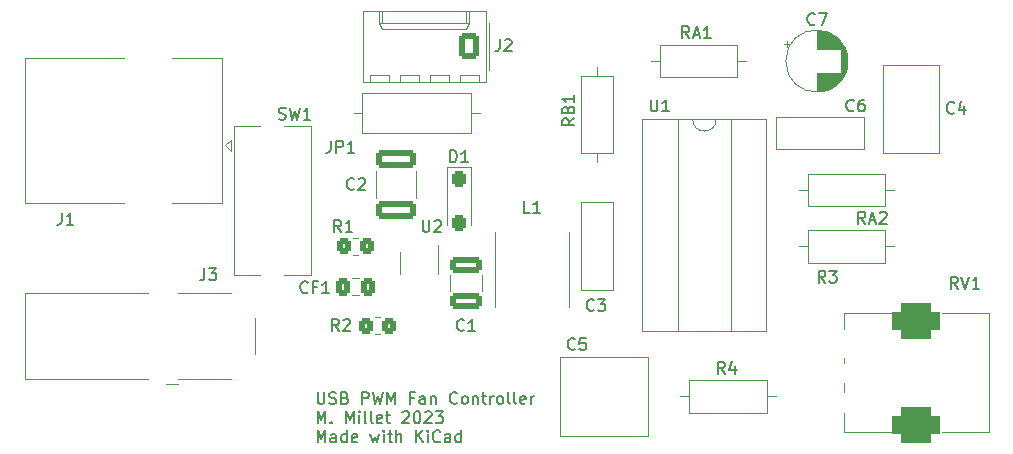
<source format=gto>
G04 #@! TF.GenerationSoftware,KiCad,Pcbnew,7.0.1*
G04 #@! TF.CreationDate,2023-04-11T23:39:33+02:00*
G04 #@! TF.ProjectId,Usb Fume Extractor,55736220-4675-46d6-9520-457874726163,1.1*
G04 #@! TF.SameCoordinates,Original*
G04 #@! TF.FileFunction,Legend,Top*
G04 #@! TF.FilePolarity,Positive*
%FSLAX46Y46*%
G04 Gerber Fmt 4.6, Leading zero omitted, Abs format (unit mm)*
G04 Created by KiCad (PCBNEW 7.0.1) date 2023-04-11 23:39:33*
%MOMM*%
%LPD*%
G01*
G04 APERTURE LIST*
G04 Aperture macros list*
%AMRoundRect*
0 Rectangle with rounded corners*
0 $1 Rounding radius*
0 $2 $3 $4 $5 $6 $7 $8 $9 X,Y pos of 4 corners*
0 Add a 4 corners polygon primitive as box body*
4,1,4,$2,$3,$4,$5,$6,$7,$8,$9,$2,$3,0*
0 Add four circle primitives for the rounded corners*
1,1,$1+$1,$2,$3*
1,1,$1+$1,$4,$5*
1,1,$1+$1,$6,$7*
1,1,$1+$1,$8,$9*
0 Add four rect primitives between the rounded corners*
20,1,$1+$1,$2,$3,$4,$5,0*
20,1,$1+$1,$4,$5,$6,$7,0*
20,1,$1+$1,$6,$7,$8,$9,0*
20,1,$1+$1,$8,$9,$2,$3,0*%
G04 Aperture macros list end*
%ADD10C,0.160000*%
%ADD11C,0.120000*%
%ADD12C,0.100000*%
%ADD13C,1.600000*%
%ADD14O,1.600000X1.600000*%
%ADD15R,1.700000X1.700000*%
%ADD16C,1.700000*%
%ADD17C,3.500000*%
%ADD18R,2.400000X1.600000*%
%ADD19O,2.400000X1.600000*%
%ADD20RoundRect,0.250000X0.620000X0.845000X-0.620000X0.845000X-0.620000X-0.845000X0.620000X-0.845000X0*%
%ADD21O,1.740000X2.190000*%
%ADD22C,3.200000*%
%ADD23R,1.600000X1.600000*%
%ADD24C,2.150000*%
%ADD25R,1.800000X1.800000*%
%ADD26C,1.800000*%
%ADD27RoundRect,0.750000X-1.250000X-0.750000X1.250000X-0.750000X1.250000X0.750000X-1.250000X0.750000X0*%
%ADD28RoundRect,0.300000X-0.300000X0.400000X-0.300000X-0.400000X0.300000X-0.400000X0.300000X0.400000X0*%
%ADD29R,0.650000X1.560000*%
%ADD30R,5.700000X2.600000*%
%ADD31RoundRect,0.250000X0.350000X0.450000X-0.350000X0.450000X-0.350000X-0.450000X0.350000X-0.450000X0*%
%ADD32RoundRect,0.250000X0.337500X0.475000X-0.337500X0.475000X-0.337500X-0.475000X0.337500X-0.475000X0*%
%ADD33RoundRect,0.250000X1.100000X-0.412500X1.100000X0.412500X-1.100000X0.412500X-1.100000X-0.412500X0*%
%ADD34RoundRect,0.250000X-1.450000X0.537500X-1.450000X-0.537500X1.450000X-0.537500X1.450000X0.537500X0*%
%ADD35C,0.500000*%
G04 APERTURE END LIST*
D10*
X95238095Y-92937619D02*
X95238095Y-93747142D01*
X95238095Y-93747142D02*
X95285714Y-93842380D01*
X95285714Y-93842380D02*
X95333333Y-93890000D01*
X95333333Y-93890000D02*
X95428571Y-93937619D01*
X95428571Y-93937619D02*
X95619047Y-93937619D01*
X95619047Y-93937619D02*
X95714285Y-93890000D01*
X95714285Y-93890000D02*
X95761904Y-93842380D01*
X95761904Y-93842380D02*
X95809523Y-93747142D01*
X95809523Y-93747142D02*
X95809523Y-92937619D01*
X96238095Y-93890000D02*
X96380952Y-93937619D01*
X96380952Y-93937619D02*
X96619047Y-93937619D01*
X96619047Y-93937619D02*
X96714285Y-93890000D01*
X96714285Y-93890000D02*
X96761904Y-93842380D01*
X96761904Y-93842380D02*
X96809523Y-93747142D01*
X96809523Y-93747142D02*
X96809523Y-93651904D01*
X96809523Y-93651904D02*
X96761904Y-93556666D01*
X96761904Y-93556666D02*
X96714285Y-93509047D01*
X96714285Y-93509047D02*
X96619047Y-93461428D01*
X96619047Y-93461428D02*
X96428571Y-93413809D01*
X96428571Y-93413809D02*
X96333333Y-93366190D01*
X96333333Y-93366190D02*
X96285714Y-93318571D01*
X96285714Y-93318571D02*
X96238095Y-93223333D01*
X96238095Y-93223333D02*
X96238095Y-93128095D01*
X96238095Y-93128095D02*
X96285714Y-93032857D01*
X96285714Y-93032857D02*
X96333333Y-92985238D01*
X96333333Y-92985238D02*
X96428571Y-92937619D01*
X96428571Y-92937619D02*
X96666666Y-92937619D01*
X96666666Y-92937619D02*
X96809523Y-92985238D01*
X97571428Y-93413809D02*
X97714285Y-93461428D01*
X97714285Y-93461428D02*
X97761904Y-93509047D01*
X97761904Y-93509047D02*
X97809523Y-93604285D01*
X97809523Y-93604285D02*
X97809523Y-93747142D01*
X97809523Y-93747142D02*
X97761904Y-93842380D01*
X97761904Y-93842380D02*
X97714285Y-93890000D01*
X97714285Y-93890000D02*
X97619047Y-93937619D01*
X97619047Y-93937619D02*
X97238095Y-93937619D01*
X97238095Y-93937619D02*
X97238095Y-92937619D01*
X97238095Y-92937619D02*
X97571428Y-92937619D01*
X97571428Y-92937619D02*
X97666666Y-92985238D01*
X97666666Y-92985238D02*
X97714285Y-93032857D01*
X97714285Y-93032857D02*
X97761904Y-93128095D01*
X97761904Y-93128095D02*
X97761904Y-93223333D01*
X97761904Y-93223333D02*
X97714285Y-93318571D01*
X97714285Y-93318571D02*
X97666666Y-93366190D01*
X97666666Y-93366190D02*
X97571428Y-93413809D01*
X97571428Y-93413809D02*
X97238095Y-93413809D01*
X99000000Y-93937619D02*
X99000000Y-92937619D01*
X99000000Y-92937619D02*
X99380952Y-92937619D01*
X99380952Y-92937619D02*
X99476190Y-92985238D01*
X99476190Y-92985238D02*
X99523809Y-93032857D01*
X99523809Y-93032857D02*
X99571428Y-93128095D01*
X99571428Y-93128095D02*
X99571428Y-93270952D01*
X99571428Y-93270952D02*
X99523809Y-93366190D01*
X99523809Y-93366190D02*
X99476190Y-93413809D01*
X99476190Y-93413809D02*
X99380952Y-93461428D01*
X99380952Y-93461428D02*
X99000000Y-93461428D01*
X99904762Y-92937619D02*
X100142857Y-93937619D01*
X100142857Y-93937619D02*
X100333333Y-93223333D01*
X100333333Y-93223333D02*
X100523809Y-93937619D01*
X100523809Y-93937619D02*
X100761905Y-92937619D01*
X101142857Y-93937619D02*
X101142857Y-92937619D01*
X101142857Y-92937619D02*
X101476190Y-93651904D01*
X101476190Y-93651904D02*
X101809523Y-92937619D01*
X101809523Y-92937619D02*
X101809523Y-93937619D01*
X103380952Y-93413809D02*
X103047619Y-93413809D01*
X103047619Y-93937619D02*
X103047619Y-92937619D01*
X103047619Y-92937619D02*
X103523809Y-92937619D01*
X104333333Y-93937619D02*
X104333333Y-93413809D01*
X104333333Y-93413809D02*
X104285714Y-93318571D01*
X104285714Y-93318571D02*
X104190476Y-93270952D01*
X104190476Y-93270952D02*
X104000000Y-93270952D01*
X104000000Y-93270952D02*
X103904762Y-93318571D01*
X104333333Y-93890000D02*
X104238095Y-93937619D01*
X104238095Y-93937619D02*
X104000000Y-93937619D01*
X104000000Y-93937619D02*
X103904762Y-93890000D01*
X103904762Y-93890000D02*
X103857143Y-93794761D01*
X103857143Y-93794761D02*
X103857143Y-93699523D01*
X103857143Y-93699523D02*
X103904762Y-93604285D01*
X103904762Y-93604285D02*
X104000000Y-93556666D01*
X104000000Y-93556666D02*
X104238095Y-93556666D01*
X104238095Y-93556666D02*
X104333333Y-93509047D01*
X104809524Y-93270952D02*
X104809524Y-93937619D01*
X104809524Y-93366190D02*
X104857143Y-93318571D01*
X104857143Y-93318571D02*
X104952381Y-93270952D01*
X104952381Y-93270952D02*
X105095238Y-93270952D01*
X105095238Y-93270952D02*
X105190476Y-93318571D01*
X105190476Y-93318571D02*
X105238095Y-93413809D01*
X105238095Y-93413809D02*
X105238095Y-93937619D01*
X107047619Y-93842380D02*
X107000000Y-93890000D01*
X107000000Y-93890000D02*
X106857143Y-93937619D01*
X106857143Y-93937619D02*
X106761905Y-93937619D01*
X106761905Y-93937619D02*
X106619048Y-93890000D01*
X106619048Y-93890000D02*
X106523810Y-93794761D01*
X106523810Y-93794761D02*
X106476191Y-93699523D01*
X106476191Y-93699523D02*
X106428572Y-93509047D01*
X106428572Y-93509047D02*
X106428572Y-93366190D01*
X106428572Y-93366190D02*
X106476191Y-93175714D01*
X106476191Y-93175714D02*
X106523810Y-93080476D01*
X106523810Y-93080476D02*
X106619048Y-92985238D01*
X106619048Y-92985238D02*
X106761905Y-92937619D01*
X106761905Y-92937619D02*
X106857143Y-92937619D01*
X106857143Y-92937619D02*
X107000000Y-92985238D01*
X107000000Y-92985238D02*
X107047619Y-93032857D01*
X107619048Y-93937619D02*
X107523810Y-93890000D01*
X107523810Y-93890000D02*
X107476191Y-93842380D01*
X107476191Y-93842380D02*
X107428572Y-93747142D01*
X107428572Y-93747142D02*
X107428572Y-93461428D01*
X107428572Y-93461428D02*
X107476191Y-93366190D01*
X107476191Y-93366190D02*
X107523810Y-93318571D01*
X107523810Y-93318571D02*
X107619048Y-93270952D01*
X107619048Y-93270952D02*
X107761905Y-93270952D01*
X107761905Y-93270952D02*
X107857143Y-93318571D01*
X107857143Y-93318571D02*
X107904762Y-93366190D01*
X107904762Y-93366190D02*
X107952381Y-93461428D01*
X107952381Y-93461428D02*
X107952381Y-93747142D01*
X107952381Y-93747142D02*
X107904762Y-93842380D01*
X107904762Y-93842380D02*
X107857143Y-93890000D01*
X107857143Y-93890000D02*
X107761905Y-93937619D01*
X107761905Y-93937619D02*
X107619048Y-93937619D01*
X108380953Y-93270952D02*
X108380953Y-93937619D01*
X108380953Y-93366190D02*
X108428572Y-93318571D01*
X108428572Y-93318571D02*
X108523810Y-93270952D01*
X108523810Y-93270952D02*
X108666667Y-93270952D01*
X108666667Y-93270952D02*
X108761905Y-93318571D01*
X108761905Y-93318571D02*
X108809524Y-93413809D01*
X108809524Y-93413809D02*
X108809524Y-93937619D01*
X109142858Y-93270952D02*
X109523810Y-93270952D01*
X109285715Y-92937619D02*
X109285715Y-93794761D01*
X109285715Y-93794761D02*
X109333334Y-93890000D01*
X109333334Y-93890000D02*
X109428572Y-93937619D01*
X109428572Y-93937619D02*
X109523810Y-93937619D01*
X109857144Y-93937619D02*
X109857144Y-93270952D01*
X109857144Y-93461428D02*
X109904763Y-93366190D01*
X109904763Y-93366190D02*
X109952382Y-93318571D01*
X109952382Y-93318571D02*
X110047620Y-93270952D01*
X110047620Y-93270952D02*
X110142858Y-93270952D01*
X110619049Y-93937619D02*
X110523811Y-93890000D01*
X110523811Y-93890000D02*
X110476192Y-93842380D01*
X110476192Y-93842380D02*
X110428573Y-93747142D01*
X110428573Y-93747142D02*
X110428573Y-93461428D01*
X110428573Y-93461428D02*
X110476192Y-93366190D01*
X110476192Y-93366190D02*
X110523811Y-93318571D01*
X110523811Y-93318571D02*
X110619049Y-93270952D01*
X110619049Y-93270952D02*
X110761906Y-93270952D01*
X110761906Y-93270952D02*
X110857144Y-93318571D01*
X110857144Y-93318571D02*
X110904763Y-93366190D01*
X110904763Y-93366190D02*
X110952382Y-93461428D01*
X110952382Y-93461428D02*
X110952382Y-93747142D01*
X110952382Y-93747142D02*
X110904763Y-93842380D01*
X110904763Y-93842380D02*
X110857144Y-93890000D01*
X110857144Y-93890000D02*
X110761906Y-93937619D01*
X110761906Y-93937619D02*
X110619049Y-93937619D01*
X111523811Y-93937619D02*
X111428573Y-93890000D01*
X111428573Y-93890000D02*
X111380954Y-93794761D01*
X111380954Y-93794761D02*
X111380954Y-92937619D01*
X112047621Y-93937619D02*
X111952383Y-93890000D01*
X111952383Y-93890000D02*
X111904764Y-93794761D01*
X111904764Y-93794761D02*
X111904764Y-92937619D01*
X112809526Y-93890000D02*
X112714288Y-93937619D01*
X112714288Y-93937619D02*
X112523812Y-93937619D01*
X112523812Y-93937619D02*
X112428574Y-93890000D01*
X112428574Y-93890000D02*
X112380955Y-93794761D01*
X112380955Y-93794761D02*
X112380955Y-93413809D01*
X112380955Y-93413809D02*
X112428574Y-93318571D01*
X112428574Y-93318571D02*
X112523812Y-93270952D01*
X112523812Y-93270952D02*
X112714288Y-93270952D01*
X112714288Y-93270952D02*
X112809526Y-93318571D01*
X112809526Y-93318571D02*
X112857145Y-93413809D01*
X112857145Y-93413809D02*
X112857145Y-93509047D01*
X112857145Y-93509047D02*
X112380955Y-93604285D01*
X113285717Y-93937619D02*
X113285717Y-93270952D01*
X113285717Y-93461428D02*
X113333336Y-93366190D01*
X113333336Y-93366190D02*
X113380955Y-93318571D01*
X113380955Y-93318571D02*
X113476193Y-93270952D01*
X113476193Y-93270952D02*
X113571431Y-93270952D01*
X95238095Y-95557619D02*
X95238095Y-94557619D01*
X95238095Y-94557619D02*
X95571428Y-95271904D01*
X95571428Y-95271904D02*
X95904761Y-94557619D01*
X95904761Y-94557619D02*
X95904761Y-95557619D01*
X96380952Y-95462380D02*
X96428571Y-95510000D01*
X96428571Y-95510000D02*
X96380952Y-95557619D01*
X96380952Y-95557619D02*
X96333333Y-95510000D01*
X96333333Y-95510000D02*
X96380952Y-95462380D01*
X96380952Y-95462380D02*
X96380952Y-95557619D01*
X97619047Y-95557619D02*
X97619047Y-94557619D01*
X97619047Y-94557619D02*
X97952380Y-95271904D01*
X97952380Y-95271904D02*
X98285713Y-94557619D01*
X98285713Y-94557619D02*
X98285713Y-95557619D01*
X98761904Y-95557619D02*
X98761904Y-94890952D01*
X98761904Y-94557619D02*
X98714285Y-94605238D01*
X98714285Y-94605238D02*
X98761904Y-94652857D01*
X98761904Y-94652857D02*
X98809523Y-94605238D01*
X98809523Y-94605238D02*
X98761904Y-94557619D01*
X98761904Y-94557619D02*
X98761904Y-94652857D01*
X99380951Y-95557619D02*
X99285713Y-95510000D01*
X99285713Y-95510000D02*
X99238094Y-95414761D01*
X99238094Y-95414761D02*
X99238094Y-94557619D01*
X99904761Y-95557619D02*
X99809523Y-95510000D01*
X99809523Y-95510000D02*
X99761904Y-95414761D01*
X99761904Y-95414761D02*
X99761904Y-94557619D01*
X100666666Y-95510000D02*
X100571428Y-95557619D01*
X100571428Y-95557619D02*
X100380952Y-95557619D01*
X100380952Y-95557619D02*
X100285714Y-95510000D01*
X100285714Y-95510000D02*
X100238095Y-95414761D01*
X100238095Y-95414761D02*
X100238095Y-95033809D01*
X100238095Y-95033809D02*
X100285714Y-94938571D01*
X100285714Y-94938571D02*
X100380952Y-94890952D01*
X100380952Y-94890952D02*
X100571428Y-94890952D01*
X100571428Y-94890952D02*
X100666666Y-94938571D01*
X100666666Y-94938571D02*
X100714285Y-95033809D01*
X100714285Y-95033809D02*
X100714285Y-95129047D01*
X100714285Y-95129047D02*
X100238095Y-95224285D01*
X101000000Y-94890952D02*
X101380952Y-94890952D01*
X101142857Y-94557619D02*
X101142857Y-95414761D01*
X101142857Y-95414761D02*
X101190476Y-95510000D01*
X101190476Y-95510000D02*
X101285714Y-95557619D01*
X101285714Y-95557619D02*
X101380952Y-95557619D01*
X102428572Y-94652857D02*
X102476191Y-94605238D01*
X102476191Y-94605238D02*
X102571429Y-94557619D01*
X102571429Y-94557619D02*
X102809524Y-94557619D01*
X102809524Y-94557619D02*
X102904762Y-94605238D01*
X102904762Y-94605238D02*
X102952381Y-94652857D01*
X102952381Y-94652857D02*
X103000000Y-94748095D01*
X103000000Y-94748095D02*
X103000000Y-94843333D01*
X103000000Y-94843333D02*
X102952381Y-94986190D01*
X102952381Y-94986190D02*
X102380953Y-95557619D01*
X102380953Y-95557619D02*
X103000000Y-95557619D01*
X103619048Y-94557619D02*
X103714286Y-94557619D01*
X103714286Y-94557619D02*
X103809524Y-94605238D01*
X103809524Y-94605238D02*
X103857143Y-94652857D01*
X103857143Y-94652857D02*
X103904762Y-94748095D01*
X103904762Y-94748095D02*
X103952381Y-94938571D01*
X103952381Y-94938571D02*
X103952381Y-95176666D01*
X103952381Y-95176666D02*
X103904762Y-95367142D01*
X103904762Y-95367142D02*
X103857143Y-95462380D01*
X103857143Y-95462380D02*
X103809524Y-95510000D01*
X103809524Y-95510000D02*
X103714286Y-95557619D01*
X103714286Y-95557619D02*
X103619048Y-95557619D01*
X103619048Y-95557619D02*
X103523810Y-95510000D01*
X103523810Y-95510000D02*
X103476191Y-95462380D01*
X103476191Y-95462380D02*
X103428572Y-95367142D01*
X103428572Y-95367142D02*
X103380953Y-95176666D01*
X103380953Y-95176666D02*
X103380953Y-94938571D01*
X103380953Y-94938571D02*
X103428572Y-94748095D01*
X103428572Y-94748095D02*
X103476191Y-94652857D01*
X103476191Y-94652857D02*
X103523810Y-94605238D01*
X103523810Y-94605238D02*
X103619048Y-94557619D01*
X104333334Y-94652857D02*
X104380953Y-94605238D01*
X104380953Y-94605238D02*
X104476191Y-94557619D01*
X104476191Y-94557619D02*
X104714286Y-94557619D01*
X104714286Y-94557619D02*
X104809524Y-94605238D01*
X104809524Y-94605238D02*
X104857143Y-94652857D01*
X104857143Y-94652857D02*
X104904762Y-94748095D01*
X104904762Y-94748095D02*
X104904762Y-94843333D01*
X104904762Y-94843333D02*
X104857143Y-94986190D01*
X104857143Y-94986190D02*
X104285715Y-95557619D01*
X104285715Y-95557619D02*
X104904762Y-95557619D01*
X105238096Y-94557619D02*
X105857143Y-94557619D01*
X105857143Y-94557619D02*
X105523810Y-94938571D01*
X105523810Y-94938571D02*
X105666667Y-94938571D01*
X105666667Y-94938571D02*
X105761905Y-94986190D01*
X105761905Y-94986190D02*
X105809524Y-95033809D01*
X105809524Y-95033809D02*
X105857143Y-95129047D01*
X105857143Y-95129047D02*
X105857143Y-95367142D01*
X105857143Y-95367142D02*
X105809524Y-95462380D01*
X105809524Y-95462380D02*
X105761905Y-95510000D01*
X105761905Y-95510000D02*
X105666667Y-95557619D01*
X105666667Y-95557619D02*
X105380953Y-95557619D01*
X105380953Y-95557619D02*
X105285715Y-95510000D01*
X105285715Y-95510000D02*
X105238096Y-95462380D01*
X95238095Y-97177619D02*
X95238095Y-96177619D01*
X95238095Y-96177619D02*
X95571428Y-96891904D01*
X95571428Y-96891904D02*
X95904761Y-96177619D01*
X95904761Y-96177619D02*
X95904761Y-97177619D01*
X96809523Y-97177619D02*
X96809523Y-96653809D01*
X96809523Y-96653809D02*
X96761904Y-96558571D01*
X96761904Y-96558571D02*
X96666666Y-96510952D01*
X96666666Y-96510952D02*
X96476190Y-96510952D01*
X96476190Y-96510952D02*
X96380952Y-96558571D01*
X96809523Y-97130000D02*
X96714285Y-97177619D01*
X96714285Y-97177619D02*
X96476190Y-97177619D01*
X96476190Y-97177619D02*
X96380952Y-97130000D01*
X96380952Y-97130000D02*
X96333333Y-97034761D01*
X96333333Y-97034761D02*
X96333333Y-96939523D01*
X96333333Y-96939523D02*
X96380952Y-96844285D01*
X96380952Y-96844285D02*
X96476190Y-96796666D01*
X96476190Y-96796666D02*
X96714285Y-96796666D01*
X96714285Y-96796666D02*
X96809523Y-96749047D01*
X97714285Y-97177619D02*
X97714285Y-96177619D01*
X97714285Y-97130000D02*
X97619047Y-97177619D01*
X97619047Y-97177619D02*
X97428571Y-97177619D01*
X97428571Y-97177619D02*
X97333333Y-97130000D01*
X97333333Y-97130000D02*
X97285714Y-97082380D01*
X97285714Y-97082380D02*
X97238095Y-96987142D01*
X97238095Y-96987142D02*
X97238095Y-96701428D01*
X97238095Y-96701428D02*
X97285714Y-96606190D01*
X97285714Y-96606190D02*
X97333333Y-96558571D01*
X97333333Y-96558571D02*
X97428571Y-96510952D01*
X97428571Y-96510952D02*
X97619047Y-96510952D01*
X97619047Y-96510952D02*
X97714285Y-96558571D01*
X98571428Y-97130000D02*
X98476190Y-97177619D01*
X98476190Y-97177619D02*
X98285714Y-97177619D01*
X98285714Y-97177619D02*
X98190476Y-97130000D01*
X98190476Y-97130000D02*
X98142857Y-97034761D01*
X98142857Y-97034761D02*
X98142857Y-96653809D01*
X98142857Y-96653809D02*
X98190476Y-96558571D01*
X98190476Y-96558571D02*
X98285714Y-96510952D01*
X98285714Y-96510952D02*
X98476190Y-96510952D01*
X98476190Y-96510952D02*
X98571428Y-96558571D01*
X98571428Y-96558571D02*
X98619047Y-96653809D01*
X98619047Y-96653809D02*
X98619047Y-96749047D01*
X98619047Y-96749047D02*
X98142857Y-96844285D01*
X99714286Y-96510952D02*
X99904762Y-97177619D01*
X99904762Y-97177619D02*
X100095238Y-96701428D01*
X100095238Y-96701428D02*
X100285714Y-97177619D01*
X100285714Y-97177619D02*
X100476190Y-96510952D01*
X100857143Y-97177619D02*
X100857143Y-96510952D01*
X100857143Y-96177619D02*
X100809524Y-96225238D01*
X100809524Y-96225238D02*
X100857143Y-96272857D01*
X100857143Y-96272857D02*
X100904762Y-96225238D01*
X100904762Y-96225238D02*
X100857143Y-96177619D01*
X100857143Y-96177619D02*
X100857143Y-96272857D01*
X101190476Y-96510952D02*
X101571428Y-96510952D01*
X101333333Y-96177619D02*
X101333333Y-97034761D01*
X101333333Y-97034761D02*
X101380952Y-97130000D01*
X101380952Y-97130000D02*
X101476190Y-97177619D01*
X101476190Y-97177619D02*
X101571428Y-97177619D01*
X101904762Y-97177619D02*
X101904762Y-96177619D01*
X102333333Y-97177619D02*
X102333333Y-96653809D01*
X102333333Y-96653809D02*
X102285714Y-96558571D01*
X102285714Y-96558571D02*
X102190476Y-96510952D01*
X102190476Y-96510952D02*
X102047619Y-96510952D01*
X102047619Y-96510952D02*
X101952381Y-96558571D01*
X101952381Y-96558571D02*
X101904762Y-96606190D01*
X103571429Y-97177619D02*
X103571429Y-96177619D01*
X104142857Y-97177619D02*
X103714286Y-96606190D01*
X104142857Y-96177619D02*
X103571429Y-96749047D01*
X104571429Y-97177619D02*
X104571429Y-96510952D01*
X104571429Y-96177619D02*
X104523810Y-96225238D01*
X104523810Y-96225238D02*
X104571429Y-96272857D01*
X104571429Y-96272857D02*
X104619048Y-96225238D01*
X104619048Y-96225238D02*
X104571429Y-96177619D01*
X104571429Y-96177619D02*
X104571429Y-96272857D01*
X105619047Y-97082380D02*
X105571428Y-97130000D01*
X105571428Y-97130000D02*
X105428571Y-97177619D01*
X105428571Y-97177619D02*
X105333333Y-97177619D01*
X105333333Y-97177619D02*
X105190476Y-97130000D01*
X105190476Y-97130000D02*
X105095238Y-97034761D01*
X105095238Y-97034761D02*
X105047619Y-96939523D01*
X105047619Y-96939523D02*
X105000000Y-96749047D01*
X105000000Y-96749047D02*
X105000000Y-96606190D01*
X105000000Y-96606190D02*
X105047619Y-96415714D01*
X105047619Y-96415714D02*
X105095238Y-96320476D01*
X105095238Y-96320476D02*
X105190476Y-96225238D01*
X105190476Y-96225238D02*
X105333333Y-96177619D01*
X105333333Y-96177619D02*
X105428571Y-96177619D01*
X105428571Y-96177619D02*
X105571428Y-96225238D01*
X105571428Y-96225238D02*
X105619047Y-96272857D01*
X106476190Y-97177619D02*
X106476190Y-96653809D01*
X106476190Y-96653809D02*
X106428571Y-96558571D01*
X106428571Y-96558571D02*
X106333333Y-96510952D01*
X106333333Y-96510952D02*
X106142857Y-96510952D01*
X106142857Y-96510952D02*
X106047619Y-96558571D01*
X106476190Y-97130000D02*
X106380952Y-97177619D01*
X106380952Y-97177619D02*
X106142857Y-97177619D01*
X106142857Y-97177619D02*
X106047619Y-97130000D01*
X106047619Y-97130000D02*
X106000000Y-97034761D01*
X106000000Y-97034761D02*
X106000000Y-96939523D01*
X106000000Y-96939523D02*
X106047619Y-96844285D01*
X106047619Y-96844285D02*
X106142857Y-96796666D01*
X106142857Y-96796666D02*
X106380952Y-96796666D01*
X106380952Y-96796666D02*
X106476190Y-96749047D01*
X107380952Y-97177619D02*
X107380952Y-96177619D01*
X107380952Y-97130000D02*
X107285714Y-97177619D01*
X107285714Y-97177619D02*
X107095238Y-97177619D01*
X107095238Y-97177619D02*
X107000000Y-97130000D01*
X107000000Y-97130000D02*
X106952381Y-97082380D01*
X106952381Y-97082380D02*
X106904762Y-96987142D01*
X106904762Y-96987142D02*
X106904762Y-96701428D01*
X106904762Y-96701428D02*
X106952381Y-96606190D01*
X106952381Y-96606190D02*
X107000000Y-96558571D01*
X107000000Y-96558571D02*
X107095238Y-96510952D01*
X107095238Y-96510952D02*
X107285714Y-96510952D01*
X107285714Y-96510952D02*
X107380952Y-96558571D01*
X138238333Y-83662619D02*
X137905000Y-83186428D01*
X137666905Y-83662619D02*
X137666905Y-82662619D01*
X137666905Y-82662619D02*
X138047857Y-82662619D01*
X138047857Y-82662619D02*
X138143095Y-82710238D01*
X138143095Y-82710238D02*
X138190714Y-82757857D01*
X138190714Y-82757857D02*
X138238333Y-82853095D01*
X138238333Y-82853095D02*
X138238333Y-82995952D01*
X138238333Y-82995952D02*
X138190714Y-83091190D01*
X138190714Y-83091190D02*
X138143095Y-83138809D01*
X138143095Y-83138809D02*
X138047857Y-83186428D01*
X138047857Y-83186428D02*
X137666905Y-83186428D01*
X138571667Y-82662619D02*
X139190714Y-82662619D01*
X139190714Y-82662619D02*
X138857381Y-83043571D01*
X138857381Y-83043571D02*
X139000238Y-83043571D01*
X139000238Y-83043571D02*
X139095476Y-83091190D01*
X139095476Y-83091190D02*
X139143095Y-83138809D01*
X139143095Y-83138809D02*
X139190714Y-83234047D01*
X139190714Y-83234047D02*
X139190714Y-83472142D01*
X139190714Y-83472142D02*
X139143095Y-83567380D01*
X139143095Y-83567380D02*
X139095476Y-83615000D01*
X139095476Y-83615000D02*
X139000238Y-83662619D01*
X139000238Y-83662619D02*
X138714524Y-83662619D01*
X138714524Y-83662619D02*
X138619286Y-83615000D01*
X138619286Y-83615000D02*
X138571667Y-83567380D01*
X141604761Y-78662619D02*
X141271428Y-78186428D01*
X141033333Y-78662619D02*
X141033333Y-77662619D01*
X141033333Y-77662619D02*
X141414285Y-77662619D01*
X141414285Y-77662619D02*
X141509523Y-77710238D01*
X141509523Y-77710238D02*
X141557142Y-77757857D01*
X141557142Y-77757857D02*
X141604761Y-77853095D01*
X141604761Y-77853095D02*
X141604761Y-77995952D01*
X141604761Y-77995952D02*
X141557142Y-78091190D01*
X141557142Y-78091190D02*
X141509523Y-78138809D01*
X141509523Y-78138809D02*
X141414285Y-78186428D01*
X141414285Y-78186428D02*
X141033333Y-78186428D01*
X141985714Y-78376904D02*
X142461904Y-78376904D01*
X141890476Y-78662619D02*
X142223809Y-77662619D01*
X142223809Y-77662619D02*
X142557142Y-78662619D01*
X142842857Y-77757857D02*
X142890476Y-77710238D01*
X142890476Y-77710238D02*
X142985714Y-77662619D01*
X142985714Y-77662619D02*
X143223809Y-77662619D01*
X143223809Y-77662619D02*
X143319047Y-77710238D01*
X143319047Y-77710238D02*
X143366666Y-77757857D01*
X143366666Y-77757857D02*
X143414285Y-77853095D01*
X143414285Y-77853095D02*
X143414285Y-77948333D01*
X143414285Y-77948333D02*
X143366666Y-78091190D01*
X143366666Y-78091190D02*
X142795238Y-78662619D01*
X142795238Y-78662619D02*
X143414285Y-78662619D01*
X73566666Y-77762619D02*
X73566666Y-78476904D01*
X73566666Y-78476904D02*
X73519047Y-78619761D01*
X73519047Y-78619761D02*
X73423809Y-78715000D01*
X73423809Y-78715000D02*
X73280952Y-78762619D01*
X73280952Y-78762619D02*
X73185714Y-78762619D01*
X74566666Y-78762619D02*
X73995238Y-78762619D01*
X74280952Y-78762619D02*
X74280952Y-77762619D01*
X74280952Y-77762619D02*
X74185714Y-77905476D01*
X74185714Y-77905476D02*
X74090476Y-78000714D01*
X74090476Y-78000714D02*
X73995238Y-78048333D01*
X123443095Y-68162619D02*
X123443095Y-68972142D01*
X123443095Y-68972142D02*
X123490714Y-69067380D01*
X123490714Y-69067380D02*
X123538333Y-69115000D01*
X123538333Y-69115000D02*
X123633571Y-69162619D01*
X123633571Y-69162619D02*
X123824047Y-69162619D01*
X123824047Y-69162619D02*
X123919285Y-69115000D01*
X123919285Y-69115000D02*
X123966904Y-69067380D01*
X123966904Y-69067380D02*
X124014523Y-68972142D01*
X124014523Y-68972142D02*
X124014523Y-68162619D01*
X125014523Y-69162619D02*
X124443095Y-69162619D01*
X124728809Y-69162619D02*
X124728809Y-68162619D01*
X124728809Y-68162619D02*
X124633571Y-68305476D01*
X124633571Y-68305476D02*
X124538333Y-68400714D01*
X124538333Y-68400714D02*
X124443095Y-68448333D01*
X110666666Y-63062619D02*
X110666666Y-63776904D01*
X110666666Y-63776904D02*
X110619047Y-63919761D01*
X110619047Y-63919761D02*
X110523809Y-64015000D01*
X110523809Y-64015000D02*
X110380952Y-64062619D01*
X110380952Y-64062619D02*
X110285714Y-64062619D01*
X111095238Y-63157857D02*
X111142857Y-63110238D01*
X111142857Y-63110238D02*
X111238095Y-63062619D01*
X111238095Y-63062619D02*
X111476190Y-63062619D01*
X111476190Y-63062619D02*
X111571428Y-63110238D01*
X111571428Y-63110238D02*
X111619047Y-63157857D01*
X111619047Y-63157857D02*
X111666666Y-63253095D01*
X111666666Y-63253095D02*
X111666666Y-63348333D01*
X111666666Y-63348333D02*
X111619047Y-63491190D01*
X111619047Y-63491190D02*
X111047619Y-64062619D01*
X111047619Y-64062619D02*
X111666666Y-64062619D01*
X85666666Y-82462619D02*
X85666666Y-83176904D01*
X85666666Y-83176904D02*
X85619047Y-83319761D01*
X85619047Y-83319761D02*
X85523809Y-83415000D01*
X85523809Y-83415000D02*
X85380952Y-83462619D01*
X85380952Y-83462619D02*
X85285714Y-83462619D01*
X86047619Y-82462619D02*
X86666666Y-82462619D01*
X86666666Y-82462619D02*
X86333333Y-82843571D01*
X86333333Y-82843571D02*
X86476190Y-82843571D01*
X86476190Y-82843571D02*
X86571428Y-82891190D01*
X86571428Y-82891190D02*
X86619047Y-82938809D01*
X86619047Y-82938809D02*
X86666666Y-83034047D01*
X86666666Y-83034047D02*
X86666666Y-83272142D01*
X86666666Y-83272142D02*
X86619047Y-83367380D01*
X86619047Y-83367380D02*
X86571428Y-83415000D01*
X86571428Y-83415000D02*
X86476190Y-83462619D01*
X86476190Y-83462619D02*
X86190476Y-83462619D01*
X86190476Y-83462619D02*
X86095238Y-83415000D01*
X86095238Y-83415000D02*
X86047619Y-83367380D01*
X149138333Y-69267380D02*
X149090714Y-69315000D01*
X149090714Y-69315000D02*
X148947857Y-69362619D01*
X148947857Y-69362619D02*
X148852619Y-69362619D01*
X148852619Y-69362619D02*
X148709762Y-69315000D01*
X148709762Y-69315000D02*
X148614524Y-69219761D01*
X148614524Y-69219761D02*
X148566905Y-69124523D01*
X148566905Y-69124523D02*
X148519286Y-68934047D01*
X148519286Y-68934047D02*
X148519286Y-68791190D01*
X148519286Y-68791190D02*
X148566905Y-68600714D01*
X148566905Y-68600714D02*
X148614524Y-68505476D01*
X148614524Y-68505476D02*
X148709762Y-68410238D01*
X148709762Y-68410238D02*
X148852619Y-68362619D01*
X148852619Y-68362619D02*
X148947857Y-68362619D01*
X148947857Y-68362619D02*
X149090714Y-68410238D01*
X149090714Y-68410238D02*
X149138333Y-68457857D01*
X149995476Y-68695952D02*
X149995476Y-69362619D01*
X149757381Y-68315000D02*
X149519286Y-69029285D01*
X149519286Y-69029285D02*
X150138333Y-69029285D01*
X96366666Y-71662619D02*
X96366666Y-72376904D01*
X96366666Y-72376904D02*
X96319047Y-72519761D01*
X96319047Y-72519761D02*
X96223809Y-72615000D01*
X96223809Y-72615000D02*
X96080952Y-72662619D01*
X96080952Y-72662619D02*
X95985714Y-72662619D01*
X96842857Y-72662619D02*
X96842857Y-71662619D01*
X96842857Y-71662619D02*
X97223809Y-71662619D01*
X97223809Y-71662619D02*
X97319047Y-71710238D01*
X97319047Y-71710238D02*
X97366666Y-71757857D01*
X97366666Y-71757857D02*
X97414285Y-71853095D01*
X97414285Y-71853095D02*
X97414285Y-71995952D01*
X97414285Y-71995952D02*
X97366666Y-72091190D01*
X97366666Y-72091190D02*
X97319047Y-72138809D01*
X97319047Y-72138809D02*
X97223809Y-72186428D01*
X97223809Y-72186428D02*
X96842857Y-72186428D01*
X98366666Y-72662619D02*
X97795238Y-72662619D01*
X98080952Y-72662619D02*
X98080952Y-71662619D01*
X98080952Y-71662619D02*
X97985714Y-71805476D01*
X97985714Y-71805476D02*
X97890476Y-71900714D01*
X97890476Y-71900714D02*
X97795238Y-71948333D01*
X149454761Y-84162619D02*
X149121428Y-83686428D01*
X148883333Y-84162619D02*
X148883333Y-83162619D01*
X148883333Y-83162619D02*
X149264285Y-83162619D01*
X149264285Y-83162619D02*
X149359523Y-83210238D01*
X149359523Y-83210238D02*
X149407142Y-83257857D01*
X149407142Y-83257857D02*
X149454761Y-83353095D01*
X149454761Y-83353095D02*
X149454761Y-83495952D01*
X149454761Y-83495952D02*
X149407142Y-83591190D01*
X149407142Y-83591190D02*
X149359523Y-83638809D01*
X149359523Y-83638809D02*
X149264285Y-83686428D01*
X149264285Y-83686428D02*
X148883333Y-83686428D01*
X149740476Y-83162619D02*
X150073809Y-84162619D01*
X150073809Y-84162619D02*
X150407142Y-83162619D01*
X151264285Y-84162619D02*
X150692857Y-84162619D01*
X150978571Y-84162619D02*
X150978571Y-83162619D01*
X150978571Y-83162619D02*
X150883333Y-83305476D01*
X150883333Y-83305476D02*
X150788095Y-83400714D01*
X150788095Y-83400714D02*
X150692857Y-83448333D01*
X118633333Y-85967380D02*
X118585714Y-86015000D01*
X118585714Y-86015000D02*
X118442857Y-86062619D01*
X118442857Y-86062619D02*
X118347619Y-86062619D01*
X118347619Y-86062619D02*
X118204762Y-86015000D01*
X118204762Y-86015000D02*
X118109524Y-85919761D01*
X118109524Y-85919761D02*
X118061905Y-85824523D01*
X118061905Y-85824523D02*
X118014286Y-85634047D01*
X118014286Y-85634047D02*
X118014286Y-85491190D01*
X118014286Y-85491190D02*
X118061905Y-85300714D01*
X118061905Y-85300714D02*
X118109524Y-85205476D01*
X118109524Y-85205476D02*
X118204762Y-85110238D01*
X118204762Y-85110238D02*
X118347619Y-85062619D01*
X118347619Y-85062619D02*
X118442857Y-85062619D01*
X118442857Y-85062619D02*
X118585714Y-85110238D01*
X118585714Y-85110238D02*
X118633333Y-85157857D01*
X118966667Y-85062619D02*
X119585714Y-85062619D01*
X119585714Y-85062619D02*
X119252381Y-85443571D01*
X119252381Y-85443571D02*
X119395238Y-85443571D01*
X119395238Y-85443571D02*
X119490476Y-85491190D01*
X119490476Y-85491190D02*
X119538095Y-85538809D01*
X119538095Y-85538809D02*
X119585714Y-85634047D01*
X119585714Y-85634047D02*
X119585714Y-85872142D01*
X119585714Y-85872142D02*
X119538095Y-85967380D01*
X119538095Y-85967380D02*
X119490476Y-86015000D01*
X119490476Y-86015000D02*
X119395238Y-86062619D01*
X119395238Y-86062619D02*
X119109524Y-86062619D01*
X119109524Y-86062619D02*
X119014286Y-86015000D01*
X119014286Y-86015000D02*
X118966667Y-85967380D01*
X137338333Y-61767380D02*
X137290714Y-61815000D01*
X137290714Y-61815000D02*
X137147857Y-61862619D01*
X137147857Y-61862619D02*
X137052619Y-61862619D01*
X137052619Y-61862619D02*
X136909762Y-61815000D01*
X136909762Y-61815000D02*
X136814524Y-61719761D01*
X136814524Y-61719761D02*
X136766905Y-61624523D01*
X136766905Y-61624523D02*
X136719286Y-61434047D01*
X136719286Y-61434047D02*
X136719286Y-61291190D01*
X136719286Y-61291190D02*
X136766905Y-61100714D01*
X136766905Y-61100714D02*
X136814524Y-61005476D01*
X136814524Y-61005476D02*
X136909762Y-60910238D01*
X136909762Y-60910238D02*
X137052619Y-60862619D01*
X137052619Y-60862619D02*
X137147857Y-60862619D01*
X137147857Y-60862619D02*
X137290714Y-60910238D01*
X137290714Y-60910238D02*
X137338333Y-60957857D01*
X137671667Y-60862619D02*
X138338333Y-60862619D01*
X138338333Y-60862619D02*
X137909762Y-61862619D01*
X91966667Y-69815000D02*
X92109524Y-69862619D01*
X92109524Y-69862619D02*
X92347619Y-69862619D01*
X92347619Y-69862619D02*
X92442857Y-69815000D01*
X92442857Y-69815000D02*
X92490476Y-69767380D01*
X92490476Y-69767380D02*
X92538095Y-69672142D01*
X92538095Y-69672142D02*
X92538095Y-69576904D01*
X92538095Y-69576904D02*
X92490476Y-69481666D01*
X92490476Y-69481666D02*
X92442857Y-69434047D01*
X92442857Y-69434047D02*
X92347619Y-69386428D01*
X92347619Y-69386428D02*
X92157143Y-69338809D01*
X92157143Y-69338809D02*
X92061905Y-69291190D01*
X92061905Y-69291190D02*
X92014286Y-69243571D01*
X92014286Y-69243571D02*
X91966667Y-69148333D01*
X91966667Y-69148333D02*
X91966667Y-69053095D01*
X91966667Y-69053095D02*
X92014286Y-68957857D01*
X92014286Y-68957857D02*
X92061905Y-68910238D01*
X92061905Y-68910238D02*
X92157143Y-68862619D01*
X92157143Y-68862619D02*
X92395238Y-68862619D01*
X92395238Y-68862619D02*
X92538095Y-68910238D01*
X92871429Y-68862619D02*
X93109524Y-69862619D01*
X93109524Y-69862619D02*
X93300000Y-69148333D01*
X93300000Y-69148333D02*
X93490476Y-69862619D01*
X93490476Y-69862619D02*
X93728572Y-68862619D01*
X94633333Y-69862619D02*
X94061905Y-69862619D01*
X94347619Y-69862619D02*
X94347619Y-68862619D01*
X94347619Y-68862619D02*
X94252381Y-69005476D01*
X94252381Y-69005476D02*
X94157143Y-69100714D01*
X94157143Y-69100714D02*
X94061905Y-69148333D01*
X116967619Y-69766666D02*
X116491428Y-70099999D01*
X116967619Y-70338094D02*
X115967619Y-70338094D01*
X115967619Y-70338094D02*
X115967619Y-69957142D01*
X115967619Y-69957142D02*
X116015238Y-69861904D01*
X116015238Y-69861904D02*
X116062857Y-69814285D01*
X116062857Y-69814285D02*
X116158095Y-69766666D01*
X116158095Y-69766666D02*
X116300952Y-69766666D01*
X116300952Y-69766666D02*
X116396190Y-69814285D01*
X116396190Y-69814285D02*
X116443809Y-69861904D01*
X116443809Y-69861904D02*
X116491428Y-69957142D01*
X116491428Y-69957142D02*
X116491428Y-70338094D01*
X116443809Y-69004761D02*
X116491428Y-68861904D01*
X116491428Y-68861904D02*
X116539047Y-68814285D01*
X116539047Y-68814285D02*
X116634285Y-68766666D01*
X116634285Y-68766666D02*
X116777142Y-68766666D01*
X116777142Y-68766666D02*
X116872380Y-68814285D01*
X116872380Y-68814285D02*
X116920000Y-68861904D01*
X116920000Y-68861904D02*
X116967619Y-68957142D01*
X116967619Y-68957142D02*
X116967619Y-69338094D01*
X116967619Y-69338094D02*
X115967619Y-69338094D01*
X115967619Y-69338094D02*
X115967619Y-69004761D01*
X115967619Y-69004761D02*
X116015238Y-68909523D01*
X116015238Y-68909523D02*
X116062857Y-68861904D01*
X116062857Y-68861904D02*
X116158095Y-68814285D01*
X116158095Y-68814285D02*
X116253333Y-68814285D01*
X116253333Y-68814285D02*
X116348571Y-68861904D01*
X116348571Y-68861904D02*
X116396190Y-68909523D01*
X116396190Y-68909523D02*
X116443809Y-69004761D01*
X116443809Y-69004761D02*
X116443809Y-69338094D01*
X116967619Y-67814285D02*
X116967619Y-68385713D01*
X116967619Y-68099999D02*
X115967619Y-68099999D01*
X115967619Y-68099999D02*
X116110476Y-68195237D01*
X116110476Y-68195237D02*
X116205714Y-68290475D01*
X116205714Y-68290475D02*
X116253333Y-68385713D01*
X106461905Y-73462619D02*
X106461905Y-72462619D01*
X106461905Y-72462619D02*
X106700000Y-72462619D01*
X106700000Y-72462619D02*
X106842857Y-72510238D01*
X106842857Y-72510238D02*
X106938095Y-72605476D01*
X106938095Y-72605476D02*
X106985714Y-72700714D01*
X106985714Y-72700714D02*
X107033333Y-72891190D01*
X107033333Y-72891190D02*
X107033333Y-73034047D01*
X107033333Y-73034047D02*
X106985714Y-73224523D01*
X106985714Y-73224523D02*
X106938095Y-73319761D01*
X106938095Y-73319761D02*
X106842857Y-73415000D01*
X106842857Y-73415000D02*
X106700000Y-73462619D01*
X106700000Y-73462619D02*
X106461905Y-73462619D01*
X107985714Y-73462619D02*
X107414286Y-73462619D01*
X107700000Y-73462619D02*
X107700000Y-72462619D01*
X107700000Y-72462619D02*
X107604762Y-72605476D01*
X107604762Y-72605476D02*
X107509524Y-72700714D01*
X107509524Y-72700714D02*
X107414286Y-72748333D01*
X117033333Y-89267380D02*
X116985714Y-89315000D01*
X116985714Y-89315000D02*
X116842857Y-89362619D01*
X116842857Y-89362619D02*
X116747619Y-89362619D01*
X116747619Y-89362619D02*
X116604762Y-89315000D01*
X116604762Y-89315000D02*
X116509524Y-89219761D01*
X116509524Y-89219761D02*
X116461905Y-89124523D01*
X116461905Y-89124523D02*
X116414286Y-88934047D01*
X116414286Y-88934047D02*
X116414286Y-88791190D01*
X116414286Y-88791190D02*
X116461905Y-88600714D01*
X116461905Y-88600714D02*
X116509524Y-88505476D01*
X116509524Y-88505476D02*
X116604762Y-88410238D01*
X116604762Y-88410238D02*
X116747619Y-88362619D01*
X116747619Y-88362619D02*
X116842857Y-88362619D01*
X116842857Y-88362619D02*
X116985714Y-88410238D01*
X116985714Y-88410238D02*
X117033333Y-88457857D01*
X117938095Y-88362619D02*
X117461905Y-88362619D01*
X117461905Y-88362619D02*
X117414286Y-88838809D01*
X117414286Y-88838809D02*
X117461905Y-88791190D01*
X117461905Y-88791190D02*
X117557143Y-88743571D01*
X117557143Y-88743571D02*
X117795238Y-88743571D01*
X117795238Y-88743571D02*
X117890476Y-88791190D01*
X117890476Y-88791190D02*
X117938095Y-88838809D01*
X117938095Y-88838809D02*
X117985714Y-88934047D01*
X117985714Y-88934047D02*
X117985714Y-89172142D01*
X117985714Y-89172142D02*
X117938095Y-89267380D01*
X117938095Y-89267380D02*
X117890476Y-89315000D01*
X117890476Y-89315000D02*
X117795238Y-89362619D01*
X117795238Y-89362619D02*
X117557143Y-89362619D01*
X117557143Y-89362619D02*
X117461905Y-89315000D01*
X117461905Y-89315000D02*
X117414286Y-89267380D01*
X104138095Y-78362619D02*
X104138095Y-79172142D01*
X104138095Y-79172142D02*
X104185714Y-79267380D01*
X104185714Y-79267380D02*
X104233333Y-79315000D01*
X104233333Y-79315000D02*
X104328571Y-79362619D01*
X104328571Y-79362619D02*
X104519047Y-79362619D01*
X104519047Y-79362619D02*
X104614285Y-79315000D01*
X104614285Y-79315000D02*
X104661904Y-79267380D01*
X104661904Y-79267380D02*
X104709523Y-79172142D01*
X104709523Y-79172142D02*
X104709523Y-78362619D01*
X105138095Y-78457857D02*
X105185714Y-78410238D01*
X105185714Y-78410238D02*
X105280952Y-78362619D01*
X105280952Y-78362619D02*
X105519047Y-78362619D01*
X105519047Y-78362619D02*
X105614285Y-78410238D01*
X105614285Y-78410238D02*
X105661904Y-78457857D01*
X105661904Y-78457857D02*
X105709523Y-78553095D01*
X105709523Y-78553095D02*
X105709523Y-78648333D01*
X105709523Y-78648333D02*
X105661904Y-78791190D01*
X105661904Y-78791190D02*
X105090476Y-79362619D01*
X105090476Y-79362619D02*
X105709523Y-79362619D01*
X129733333Y-91362619D02*
X129400000Y-90886428D01*
X129161905Y-91362619D02*
X129161905Y-90362619D01*
X129161905Y-90362619D02*
X129542857Y-90362619D01*
X129542857Y-90362619D02*
X129638095Y-90410238D01*
X129638095Y-90410238D02*
X129685714Y-90457857D01*
X129685714Y-90457857D02*
X129733333Y-90553095D01*
X129733333Y-90553095D02*
X129733333Y-90695952D01*
X129733333Y-90695952D02*
X129685714Y-90791190D01*
X129685714Y-90791190D02*
X129638095Y-90838809D01*
X129638095Y-90838809D02*
X129542857Y-90886428D01*
X129542857Y-90886428D02*
X129161905Y-90886428D01*
X130590476Y-90695952D02*
X130590476Y-91362619D01*
X130352381Y-90315000D02*
X130114286Y-91029285D01*
X130114286Y-91029285D02*
X130733333Y-91029285D01*
X113233333Y-77762619D02*
X112757143Y-77762619D01*
X112757143Y-77762619D02*
X112757143Y-76762619D01*
X114090476Y-77762619D02*
X113519048Y-77762619D01*
X113804762Y-77762619D02*
X113804762Y-76762619D01*
X113804762Y-76762619D02*
X113709524Y-76905476D01*
X113709524Y-76905476D02*
X113614286Y-77000714D01*
X113614286Y-77000714D02*
X113519048Y-77048333D01*
X126709761Y-62962619D02*
X126376428Y-62486428D01*
X126138333Y-62962619D02*
X126138333Y-61962619D01*
X126138333Y-61962619D02*
X126519285Y-61962619D01*
X126519285Y-61962619D02*
X126614523Y-62010238D01*
X126614523Y-62010238D02*
X126662142Y-62057857D01*
X126662142Y-62057857D02*
X126709761Y-62153095D01*
X126709761Y-62153095D02*
X126709761Y-62295952D01*
X126709761Y-62295952D02*
X126662142Y-62391190D01*
X126662142Y-62391190D02*
X126614523Y-62438809D01*
X126614523Y-62438809D02*
X126519285Y-62486428D01*
X126519285Y-62486428D02*
X126138333Y-62486428D01*
X127090714Y-62676904D02*
X127566904Y-62676904D01*
X126995476Y-62962619D02*
X127328809Y-61962619D01*
X127328809Y-61962619D02*
X127662142Y-62962619D01*
X128519285Y-62962619D02*
X127947857Y-62962619D01*
X128233571Y-62962619D02*
X128233571Y-61962619D01*
X128233571Y-61962619D02*
X128138333Y-62105476D01*
X128138333Y-62105476D02*
X128043095Y-62200714D01*
X128043095Y-62200714D02*
X127947857Y-62248333D01*
X97033333Y-87762619D02*
X96700000Y-87286428D01*
X96461905Y-87762619D02*
X96461905Y-86762619D01*
X96461905Y-86762619D02*
X96842857Y-86762619D01*
X96842857Y-86762619D02*
X96938095Y-86810238D01*
X96938095Y-86810238D02*
X96985714Y-86857857D01*
X96985714Y-86857857D02*
X97033333Y-86953095D01*
X97033333Y-86953095D02*
X97033333Y-87095952D01*
X97033333Y-87095952D02*
X96985714Y-87191190D01*
X96985714Y-87191190D02*
X96938095Y-87238809D01*
X96938095Y-87238809D02*
X96842857Y-87286428D01*
X96842857Y-87286428D02*
X96461905Y-87286428D01*
X97414286Y-86857857D02*
X97461905Y-86810238D01*
X97461905Y-86810238D02*
X97557143Y-86762619D01*
X97557143Y-86762619D02*
X97795238Y-86762619D01*
X97795238Y-86762619D02*
X97890476Y-86810238D01*
X97890476Y-86810238D02*
X97938095Y-86857857D01*
X97938095Y-86857857D02*
X97985714Y-86953095D01*
X97985714Y-86953095D02*
X97985714Y-87048333D01*
X97985714Y-87048333D02*
X97938095Y-87191190D01*
X97938095Y-87191190D02*
X97366667Y-87762619D01*
X97366667Y-87762619D02*
X97985714Y-87762619D01*
X97233333Y-79362619D02*
X96900000Y-78886428D01*
X96661905Y-79362619D02*
X96661905Y-78362619D01*
X96661905Y-78362619D02*
X97042857Y-78362619D01*
X97042857Y-78362619D02*
X97138095Y-78410238D01*
X97138095Y-78410238D02*
X97185714Y-78457857D01*
X97185714Y-78457857D02*
X97233333Y-78553095D01*
X97233333Y-78553095D02*
X97233333Y-78695952D01*
X97233333Y-78695952D02*
X97185714Y-78791190D01*
X97185714Y-78791190D02*
X97138095Y-78838809D01*
X97138095Y-78838809D02*
X97042857Y-78886428D01*
X97042857Y-78886428D02*
X96661905Y-78886428D01*
X98185714Y-79362619D02*
X97614286Y-79362619D01*
X97900000Y-79362619D02*
X97900000Y-78362619D01*
X97900000Y-78362619D02*
X97804762Y-78505476D01*
X97804762Y-78505476D02*
X97709524Y-78600714D01*
X97709524Y-78600714D02*
X97614286Y-78648333D01*
X94404761Y-84467380D02*
X94357142Y-84515000D01*
X94357142Y-84515000D02*
X94214285Y-84562619D01*
X94214285Y-84562619D02*
X94119047Y-84562619D01*
X94119047Y-84562619D02*
X93976190Y-84515000D01*
X93976190Y-84515000D02*
X93880952Y-84419761D01*
X93880952Y-84419761D02*
X93833333Y-84324523D01*
X93833333Y-84324523D02*
X93785714Y-84134047D01*
X93785714Y-84134047D02*
X93785714Y-83991190D01*
X93785714Y-83991190D02*
X93833333Y-83800714D01*
X93833333Y-83800714D02*
X93880952Y-83705476D01*
X93880952Y-83705476D02*
X93976190Y-83610238D01*
X93976190Y-83610238D02*
X94119047Y-83562619D01*
X94119047Y-83562619D02*
X94214285Y-83562619D01*
X94214285Y-83562619D02*
X94357142Y-83610238D01*
X94357142Y-83610238D02*
X94404761Y-83657857D01*
X95166666Y-84038809D02*
X94833333Y-84038809D01*
X94833333Y-84562619D02*
X94833333Y-83562619D01*
X94833333Y-83562619D02*
X95309523Y-83562619D01*
X96214285Y-84562619D02*
X95642857Y-84562619D01*
X95928571Y-84562619D02*
X95928571Y-83562619D01*
X95928571Y-83562619D02*
X95833333Y-83705476D01*
X95833333Y-83705476D02*
X95738095Y-83800714D01*
X95738095Y-83800714D02*
X95642857Y-83848333D01*
X107633333Y-87667380D02*
X107585714Y-87715000D01*
X107585714Y-87715000D02*
X107442857Y-87762619D01*
X107442857Y-87762619D02*
X107347619Y-87762619D01*
X107347619Y-87762619D02*
X107204762Y-87715000D01*
X107204762Y-87715000D02*
X107109524Y-87619761D01*
X107109524Y-87619761D02*
X107061905Y-87524523D01*
X107061905Y-87524523D02*
X107014286Y-87334047D01*
X107014286Y-87334047D02*
X107014286Y-87191190D01*
X107014286Y-87191190D02*
X107061905Y-87000714D01*
X107061905Y-87000714D02*
X107109524Y-86905476D01*
X107109524Y-86905476D02*
X107204762Y-86810238D01*
X107204762Y-86810238D02*
X107347619Y-86762619D01*
X107347619Y-86762619D02*
X107442857Y-86762619D01*
X107442857Y-86762619D02*
X107585714Y-86810238D01*
X107585714Y-86810238D02*
X107633333Y-86857857D01*
X108585714Y-87762619D02*
X108014286Y-87762619D01*
X108300000Y-87762619D02*
X108300000Y-86762619D01*
X108300000Y-86762619D02*
X108204762Y-86905476D01*
X108204762Y-86905476D02*
X108109524Y-87000714D01*
X108109524Y-87000714D02*
X108014286Y-87048333D01*
X98333333Y-75717380D02*
X98285714Y-75765000D01*
X98285714Y-75765000D02*
X98142857Y-75812619D01*
X98142857Y-75812619D02*
X98047619Y-75812619D01*
X98047619Y-75812619D02*
X97904762Y-75765000D01*
X97904762Y-75765000D02*
X97809524Y-75669761D01*
X97809524Y-75669761D02*
X97761905Y-75574523D01*
X97761905Y-75574523D02*
X97714286Y-75384047D01*
X97714286Y-75384047D02*
X97714286Y-75241190D01*
X97714286Y-75241190D02*
X97761905Y-75050714D01*
X97761905Y-75050714D02*
X97809524Y-74955476D01*
X97809524Y-74955476D02*
X97904762Y-74860238D01*
X97904762Y-74860238D02*
X98047619Y-74812619D01*
X98047619Y-74812619D02*
X98142857Y-74812619D01*
X98142857Y-74812619D02*
X98285714Y-74860238D01*
X98285714Y-74860238D02*
X98333333Y-74907857D01*
X98714286Y-74907857D02*
X98761905Y-74860238D01*
X98761905Y-74860238D02*
X98857143Y-74812619D01*
X98857143Y-74812619D02*
X99095238Y-74812619D01*
X99095238Y-74812619D02*
X99190476Y-74860238D01*
X99190476Y-74860238D02*
X99238095Y-74907857D01*
X99238095Y-74907857D02*
X99285714Y-75003095D01*
X99285714Y-75003095D02*
X99285714Y-75098333D01*
X99285714Y-75098333D02*
X99238095Y-75241190D01*
X99238095Y-75241190D02*
X98666667Y-75812619D01*
X98666667Y-75812619D02*
X99285714Y-75812619D01*
X140638333Y-69067380D02*
X140590714Y-69115000D01*
X140590714Y-69115000D02*
X140447857Y-69162619D01*
X140447857Y-69162619D02*
X140352619Y-69162619D01*
X140352619Y-69162619D02*
X140209762Y-69115000D01*
X140209762Y-69115000D02*
X140114524Y-69019761D01*
X140114524Y-69019761D02*
X140066905Y-68924523D01*
X140066905Y-68924523D02*
X140019286Y-68734047D01*
X140019286Y-68734047D02*
X140019286Y-68591190D01*
X140019286Y-68591190D02*
X140066905Y-68400714D01*
X140066905Y-68400714D02*
X140114524Y-68305476D01*
X140114524Y-68305476D02*
X140209762Y-68210238D01*
X140209762Y-68210238D02*
X140352619Y-68162619D01*
X140352619Y-68162619D02*
X140447857Y-68162619D01*
X140447857Y-68162619D02*
X140590714Y-68210238D01*
X140590714Y-68210238D02*
X140638333Y-68257857D01*
X141495476Y-68162619D02*
X141305000Y-68162619D01*
X141305000Y-68162619D02*
X141209762Y-68210238D01*
X141209762Y-68210238D02*
X141162143Y-68257857D01*
X141162143Y-68257857D02*
X141066905Y-68400714D01*
X141066905Y-68400714D02*
X141019286Y-68591190D01*
X141019286Y-68591190D02*
X141019286Y-68972142D01*
X141019286Y-68972142D02*
X141066905Y-69067380D01*
X141066905Y-69067380D02*
X141114524Y-69115000D01*
X141114524Y-69115000D02*
X141209762Y-69162619D01*
X141209762Y-69162619D02*
X141400238Y-69162619D01*
X141400238Y-69162619D02*
X141495476Y-69115000D01*
X141495476Y-69115000D02*
X141543095Y-69067380D01*
X141543095Y-69067380D02*
X141590714Y-68972142D01*
X141590714Y-68972142D02*
X141590714Y-68734047D01*
X141590714Y-68734047D02*
X141543095Y-68638809D01*
X141543095Y-68638809D02*
X141495476Y-68591190D01*
X141495476Y-68591190D02*
X141400238Y-68543571D01*
X141400238Y-68543571D02*
X141209762Y-68543571D01*
X141209762Y-68543571D02*
X141114524Y-68591190D01*
X141114524Y-68591190D02*
X141066905Y-68638809D01*
X141066905Y-68638809D02*
X141019286Y-68734047D01*
D11*
X135965000Y-80600000D02*
X136735000Y-80600000D01*
X136735000Y-79230000D02*
X136735000Y-81970000D01*
X136735000Y-81970000D02*
X143275000Y-81970000D01*
X143275000Y-79230000D02*
X136735000Y-79230000D01*
X143275000Y-81970000D02*
X143275000Y-79230000D01*
X144045000Y-80600000D02*
X143275000Y-80600000D01*
X135965000Y-75800000D02*
X136735000Y-75800000D01*
X136735000Y-74430000D02*
X136735000Y-77170000D01*
X136735000Y-77170000D02*
X143275000Y-77170000D01*
X143275000Y-74430000D02*
X136735000Y-74430000D01*
X143275000Y-77170000D02*
X143275000Y-74430000D01*
X144045000Y-75800000D02*
X143275000Y-75800000D01*
X87897500Y-72550000D02*
X87897500Y-71550000D01*
X87897500Y-71550000D02*
X87397500Y-72050000D01*
X87397500Y-72050000D02*
X87897500Y-72550000D01*
X87177500Y-76960000D02*
X87177500Y-64640000D01*
X87177500Y-64640000D02*
X82917500Y-64640000D01*
X82917500Y-76960000D02*
X87177500Y-76960000D01*
X78817500Y-76960000D02*
X70457500Y-76960000D01*
X70457500Y-76960000D02*
X70457500Y-64640000D01*
X70457500Y-64640000D02*
X78817500Y-64640000D01*
X122745000Y-69770000D02*
X122745000Y-87790000D01*
X122745000Y-87790000D02*
X133245000Y-87790000D01*
X125745000Y-69830000D02*
X125745000Y-87730000D01*
X125745000Y-87730000D02*
X130245000Y-87730000D01*
X126995000Y-69830000D02*
X125745000Y-69830000D01*
X130245000Y-69830000D02*
X128995000Y-69830000D01*
X130245000Y-87730000D02*
X130245000Y-69830000D01*
X133245000Y-69770000D02*
X122745000Y-69770000D01*
X133245000Y-87790000D02*
X133245000Y-69770000D01*
X126995000Y-69830000D02*
G75*
G03*
X128995000Y-69830000I1000000J0D01*
G01*
X109750000Y-65650000D02*
X109750000Y-61650000D01*
X109460000Y-66680000D02*
X109460000Y-60660000D01*
X109460000Y-60660000D02*
X99080000Y-60660000D01*
X108880000Y-66680000D02*
X108880000Y-66080000D01*
X108880000Y-66080000D02*
X107280000Y-66080000D01*
X108080000Y-61660000D02*
X107830000Y-62190000D01*
X108080000Y-61660000D02*
X100460000Y-61660000D01*
X108080000Y-60660000D02*
X108080000Y-61660000D01*
X107830000Y-62190000D02*
X100710000Y-62190000D01*
X107830000Y-60660000D02*
X107830000Y-61660000D01*
X107280000Y-66080000D02*
X107280000Y-66680000D01*
X106340000Y-66680000D02*
X106340000Y-66080000D01*
X106340000Y-66080000D02*
X104740000Y-66080000D01*
X104740000Y-66080000D02*
X104740000Y-66680000D01*
X103800000Y-66680000D02*
X103800000Y-66080000D01*
X103800000Y-66080000D02*
X102200000Y-66080000D01*
X102200000Y-66080000D02*
X102200000Y-66680000D01*
X101260000Y-66680000D02*
X101260000Y-66080000D01*
X101260000Y-66080000D02*
X99660000Y-66080000D01*
X100710000Y-62190000D02*
X100460000Y-61660000D01*
X100710000Y-60660000D02*
X100710000Y-61660000D01*
X100460000Y-61660000D02*
X100460000Y-60660000D01*
X99660000Y-66080000D02*
X99660000Y-66680000D01*
X99080000Y-66680000D02*
X109460000Y-66680000D01*
X99080000Y-60660000D02*
X99080000Y-66680000D01*
X70460000Y-84550000D02*
X70460000Y-91850000D01*
X70460000Y-84550000D02*
X80910000Y-84550000D01*
X70460000Y-91850000D02*
X80910000Y-91850000D01*
X82390000Y-92230000D02*
X83390000Y-92230000D01*
X83410000Y-84550000D02*
X87910000Y-84550000D01*
X83410000Y-91850000D02*
X87910000Y-91850000D01*
X89960000Y-86700000D02*
X89960000Y-89700000D01*
X143135000Y-72720000D02*
X147875000Y-72720000D01*
X143135000Y-72720000D02*
X143135000Y-65280000D01*
X147875000Y-72720000D02*
X147875000Y-65280000D01*
X143135000Y-65280000D02*
X147875000Y-65280000D01*
X98340000Y-69300000D02*
X99030000Y-69300000D01*
X99030000Y-67580000D02*
X99030000Y-71020000D01*
X99030000Y-71020000D02*
X108270000Y-71020000D01*
X108270000Y-67580000D02*
X99030000Y-67580000D01*
X108270000Y-71020000D02*
X108270000Y-67580000D01*
X108960000Y-69300000D02*
X108270000Y-69300000D01*
X139830000Y-86279000D02*
X139830000Y-87600000D01*
X139830000Y-86279000D02*
X143767000Y-86279000D01*
X139830000Y-90050000D02*
X139830000Y-90430000D01*
X139830000Y-92171000D02*
X139830000Y-92930000D01*
X139830000Y-94670000D02*
X139830000Y-96320000D01*
X139830000Y-96320000D02*
X143767000Y-96320000D01*
X148134000Y-86279000D02*
X152070000Y-86279000D01*
X148134000Y-96320000D02*
X152070000Y-96320000D01*
X152070000Y-86279000D02*
X152070000Y-96320000D01*
X117510000Y-84305000D02*
X120250000Y-84305000D01*
X117510000Y-84305000D02*
X117510000Y-76865000D01*
X120250000Y-84305000D02*
X120250000Y-76865000D01*
X117510000Y-76865000D02*
X120250000Y-76865000D01*
X134700225Y-63425000D02*
X135200225Y-63425000D01*
X134950225Y-63175000D02*
X134950225Y-63675000D01*
X137505000Y-62320000D02*
X137505000Y-63860000D01*
X137505000Y-65940000D02*
X137505000Y-67480000D01*
X137545000Y-62320000D02*
X137545000Y-63860000D01*
X137545000Y-65940000D02*
X137545000Y-67480000D01*
X137585000Y-62321000D02*
X137585000Y-63860000D01*
X137585000Y-65940000D02*
X137585000Y-67479000D01*
X137625000Y-62322000D02*
X137625000Y-63860000D01*
X137625000Y-65940000D02*
X137625000Y-67478000D01*
X137665000Y-62324000D02*
X137665000Y-63860000D01*
X137665000Y-65940000D02*
X137665000Y-67476000D01*
X137705000Y-62327000D02*
X137705000Y-63860000D01*
X137705000Y-65940000D02*
X137705000Y-67473000D01*
X137745000Y-62331000D02*
X137745000Y-63860000D01*
X137745000Y-65940000D02*
X137745000Y-67469000D01*
X137785000Y-62335000D02*
X137785000Y-63860000D01*
X137785000Y-65940000D02*
X137785000Y-67465000D01*
X137825000Y-62339000D02*
X137825000Y-63860000D01*
X137825000Y-65940000D02*
X137825000Y-67461000D01*
X137865000Y-62344000D02*
X137865000Y-63860000D01*
X137865000Y-65940000D02*
X137865000Y-67456000D01*
X137905000Y-62350000D02*
X137905000Y-63860000D01*
X137905000Y-65940000D02*
X137905000Y-67450000D01*
X137945000Y-62357000D02*
X137945000Y-63860000D01*
X137945000Y-65940000D02*
X137945000Y-67443000D01*
X137985000Y-62364000D02*
X137985000Y-63860000D01*
X137985000Y-65940000D02*
X137985000Y-67436000D01*
X138025000Y-62372000D02*
X138025000Y-63860000D01*
X138025000Y-65940000D02*
X138025000Y-67428000D01*
X138065000Y-62380000D02*
X138065000Y-63860000D01*
X138065000Y-65940000D02*
X138065000Y-67420000D01*
X138105000Y-62389000D02*
X138105000Y-63860000D01*
X138105000Y-65940000D02*
X138105000Y-67411000D01*
X138145000Y-62399000D02*
X138145000Y-63860000D01*
X138145000Y-65940000D02*
X138145000Y-67401000D01*
X138185000Y-62409000D02*
X138185000Y-63860000D01*
X138185000Y-65940000D02*
X138185000Y-67391000D01*
X138226000Y-62420000D02*
X138226000Y-63860000D01*
X138226000Y-65940000D02*
X138226000Y-67380000D01*
X138266000Y-62432000D02*
X138266000Y-63860000D01*
X138266000Y-65940000D02*
X138266000Y-67368000D01*
X138306000Y-62445000D02*
X138306000Y-63860000D01*
X138306000Y-65940000D02*
X138306000Y-67355000D01*
X138346000Y-62458000D02*
X138346000Y-63860000D01*
X138346000Y-65940000D02*
X138346000Y-67342000D01*
X138386000Y-62472000D02*
X138386000Y-63860000D01*
X138386000Y-65940000D02*
X138386000Y-67328000D01*
X138426000Y-62486000D02*
X138426000Y-63860000D01*
X138426000Y-65940000D02*
X138426000Y-67314000D01*
X138466000Y-62502000D02*
X138466000Y-63860000D01*
X138466000Y-65940000D02*
X138466000Y-67298000D01*
X138506000Y-62518000D02*
X138506000Y-63860000D01*
X138506000Y-65940000D02*
X138506000Y-67282000D01*
X138546000Y-62535000D02*
X138546000Y-63860000D01*
X138546000Y-65940000D02*
X138546000Y-67265000D01*
X138586000Y-62552000D02*
X138586000Y-63860000D01*
X138586000Y-65940000D02*
X138586000Y-67248000D01*
X138626000Y-62571000D02*
X138626000Y-63860000D01*
X138626000Y-65940000D02*
X138626000Y-67229000D01*
X138666000Y-62590000D02*
X138666000Y-63860000D01*
X138666000Y-65940000D02*
X138666000Y-67210000D01*
X138706000Y-62610000D02*
X138706000Y-63860000D01*
X138706000Y-65940000D02*
X138706000Y-67190000D01*
X138746000Y-62632000D02*
X138746000Y-63860000D01*
X138746000Y-65940000D02*
X138746000Y-67168000D01*
X138786000Y-62653000D02*
X138786000Y-63860000D01*
X138786000Y-65940000D02*
X138786000Y-67147000D01*
X138826000Y-62676000D02*
X138826000Y-63860000D01*
X138826000Y-65940000D02*
X138826000Y-67124000D01*
X138866000Y-62700000D02*
X138866000Y-63860000D01*
X138866000Y-65940000D02*
X138866000Y-67100000D01*
X138906000Y-62725000D02*
X138906000Y-63860000D01*
X138906000Y-65940000D02*
X138906000Y-67075000D01*
X138946000Y-62751000D02*
X138946000Y-63860000D01*
X138946000Y-65940000D02*
X138946000Y-67049000D01*
X138986000Y-62778000D02*
X138986000Y-63860000D01*
X138986000Y-65940000D02*
X138986000Y-67022000D01*
X139026000Y-62805000D02*
X139026000Y-63860000D01*
X139026000Y-65940000D02*
X139026000Y-66995000D01*
X139066000Y-62835000D02*
X139066000Y-63860000D01*
X139066000Y-65940000D02*
X139066000Y-66965000D01*
X139106000Y-62865000D02*
X139106000Y-63860000D01*
X139106000Y-65940000D02*
X139106000Y-66935000D01*
X139146000Y-62896000D02*
X139146000Y-63860000D01*
X139146000Y-65940000D02*
X139146000Y-66904000D01*
X139186000Y-62929000D02*
X139186000Y-63860000D01*
X139186000Y-65940000D02*
X139186000Y-66871000D01*
X139226000Y-62963000D02*
X139226000Y-63860000D01*
X139226000Y-65940000D02*
X139226000Y-66837000D01*
X139266000Y-62999000D02*
X139266000Y-63860000D01*
X139266000Y-65940000D02*
X139266000Y-66801000D01*
X139306000Y-63036000D02*
X139306000Y-63860000D01*
X139306000Y-65940000D02*
X139306000Y-66764000D01*
X139346000Y-63074000D02*
X139346000Y-63860000D01*
X139346000Y-65940000D02*
X139346000Y-66726000D01*
X139386000Y-63115000D02*
X139386000Y-63860000D01*
X139386000Y-65940000D02*
X139386000Y-66685000D01*
X139426000Y-63157000D02*
X139426000Y-63860000D01*
X139426000Y-65940000D02*
X139426000Y-66643000D01*
X139466000Y-63201000D02*
X139466000Y-63860000D01*
X139466000Y-65940000D02*
X139466000Y-66599000D01*
X139506000Y-63247000D02*
X139506000Y-63860000D01*
X139506000Y-65940000D02*
X139506000Y-66553000D01*
X139546000Y-63295000D02*
X139546000Y-66505000D01*
X139586000Y-63346000D02*
X139586000Y-66454000D01*
X139626000Y-63400000D02*
X139626000Y-66400000D01*
X139666000Y-63457000D02*
X139666000Y-66343000D01*
X139706000Y-63517000D02*
X139706000Y-66283000D01*
X139746000Y-63581000D02*
X139746000Y-66219000D01*
X139786000Y-63649000D02*
X139786000Y-66151000D01*
X139826000Y-63722000D02*
X139826000Y-66078000D01*
X139866000Y-63802000D02*
X139866000Y-65998000D01*
X139906000Y-63889000D02*
X139906000Y-65911000D01*
X139946000Y-63985000D02*
X139946000Y-65815000D01*
X139986000Y-64095000D02*
X139986000Y-65705000D01*
X140026000Y-64223000D02*
X140026000Y-65577000D01*
X140066000Y-64382000D02*
X140066000Y-65418000D01*
X140106000Y-64616000D02*
X140106000Y-65184000D01*
X140125000Y-64900000D02*
G75*
G03*
X140125000Y-64900000I-2620000J0D01*
G01*
D12*
X88150000Y-83000000D02*
X88150000Y-70400000D01*
X90400000Y-83000000D02*
X88150000Y-83000000D01*
X92400000Y-83000000D02*
X94650000Y-83000000D01*
X94650000Y-83000000D02*
X94650000Y-70400000D01*
X88150000Y-70400000D02*
X90400000Y-70400000D01*
X94650000Y-70400000D02*
X92400000Y-70400000D01*
D11*
X118905000Y-65380000D02*
X118905000Y-66150000D01*
X120275000Y-66150000D02*
X117535000Y-66150000D01*
X117535000Y-66150000D02*
X117535000Y-72690000D01*
X120275000Y-72690000D02*
X120275000Y-66150000D01*
X117535000Y-72690000D02*
X120275000Y-72690000D01*
X118905000Y-73460000D02*
X118905000Y-72690000D01*
X108200000Y-73900000D02*
X106200000Y-73900000D01*
X108200000Y-73900000D02*
X108200000Y-78750000D01*
X106200000Y-73900000D02*
X106200000Y-78750000D01*
X115780000Y-89950000D02*
X115780000Y-96650000D01*
X115780000Y-89950000D02*
X123220000Y-89950000D01*
X115780000Y-96650000D02*
X123220000Y-96650000D01*
X123220000Y-89950000D02*
X123220000Y-96650000D01*
X102240000Y-81100000D02*
X102240000Y-82900000D01*
X105460000Y-82900000D02*
X105460000Y-80450000D01*
X134040000Y-93300000D02*
X133270000Y-93300000D01*
X133270000Y-94670000D02*
X133270000Y-91930000D01*
X133270000Y-91930000D02*
X126730000Y-91930000D01*
X126730000Y-94670000D02*
X133270000Y-94670000D01*
X126730000Y-91930000D02*
X126730000Y-94670000D01*
X125960000Y-93300000D02*
X126730000Y-93300000D01*
D12*
X110300000Y-85750000D02*
X110300000Y-79350000D01*
X116500000Y-85750000D02*
X116500000Y-79350000D01*
D11*
X131525000Y-64900000D02*
X130755000Y-64900000D01*
X130755000Y-66270000D02*
X130755000Y-63530000D01*
X130755000Y-63530000D02*
X124215000Y-63530000D01*
X124215000Y-66270000D02*
X130755000Y-66270000D01*
X124215000Y-63530000D02*
X124215000Y-66270000D01*
X123445000Y-64900000D02*
X124215000Y-64900000D01*
X100527064Y-88035000D02*
X100072936Y-88035000D01*
X100527064Y-86565000D02*
X100072936Y-86565000D01*
X98677064Y-81335000D02*
X98222936Y-81335000D01*
X98677064Y-79865000D02*
X98222936Y-79865000D01*
X98711252Y-84735000D02*
X98188748Y-84735000D01*
X98711252Y-83265000D02*
X98188748Y-83265000D01*
X106440000Y-84411252D02*
X106440000Y-82988748D01*
X109160000Y-84411252D02*
X109160000Y-82988748D01*
X103570000Y-74188748D02*
X103570000Y-76511252D01*
X100150000Y-74188748D02*
X100150000Y-76511252D01*
X134085000Y-69615000D02*
X134085000Y-72355000D01*
X134085000Y-69615000D02*
X141525000Y-69615000D01*
X134085000Y-72355000D02*
X141525000Y-72355000D01*
X141525000Y-69615000D02*
X141525000Y-72355000D01*
%LPC*%
D13*
X134925000Y-80600000D03*
D14*
X145085000Y-80600000D03*
D13*
X134925000Y-75800000D03*
D14*
X145085000Y-75800000D03*
D15*
X85577500Y-72050000D03*
D16*
X85577500Y-69550000D03*
X83577500Y-69550000D03*
X83577500Y-72050000D03*
D17*
X80867500Y-76820000D03*
X80867500Y-64780000D03*
D18*
X124185000Y-71160000D03*
D19*
X124185000Y-73700000D03*
X124185000Y-76240000D03*
X124185000Y-78780000D03*
X124185000Y-81320000D03*
X124185000Y-83860000D03*
X124185000Y-86400000D03*
X131805000Y-86400000D03*
X131805000Y-83860000D03*
X131805000Y-81320000D03*
X131805000Y-78780000D03*
X131805000Y-76240000D03*
X131805000Y-73700000D03*
X131805000Y-71160000D03*
D20*
X108080000Y-63650000D03*
D21*
X105540000Y-63650000D03*
X103000000Y-63650000D03*
X100460000Y-63650000D03*
D22*
X73800000Y-96200000D03*
D23*
X82890000Y-88200000D03*
D13*
X84890000Y-88200000D03*
X86890000Y-88200000D03*
X88890000Y-88200000D03*
D24*
X82160000Y-85480000D03*
X82160000Y-90920000D03*
X89160000Y-85480000D03*
X89160000Y-90920000D03*
D13*
X145505000Y-71500000D03*
X145505000Y-66500000D03*
D22*
X151200000Y-76000000D03*
D13*
X97300000Y-69300000D03*
D14*
X110000000Y-69300000D03*
D25*
X138950000Y-88800000D03*
D26*
X138950000Y-91300000D03*
X138950000Y-93800000D03*
D27*
X145950000Y-86900000D03*
X145950000Y-95700000D03*
D13*
X118880000Y-83085000D03*
X118880000Y-78085000D03*
D23*
X136505000Y-64900000D03*
D13*
X138505000Y-64900000D03*
D22*
X91400000Y-81400000D03*
X91400000Y-76700000D03*
X91400000Y-72000000D03*
D13*
X118905000Y-64340000D03*
D14*
X118905000Y-74500000D03*
D22*
X93000000Y-63800000D03*
D28*
X107200000Y-74850000D03*
X107200000Y-78650000D03*
D13*
X117000000Y-93300000D03*
X122000000Y-93300000D03*
D29*
X104800000Y-80650000D03*
X103850000Y-80650000D03*
X102900000Y-80650000D03*
X102900000Y-83350000D03*
X104800000Y-83350000D03*
D13*
X135080000Y-93300000D03*
D14*
X124920000Y-93300000D03*
D30*
X113400000Y-85400000D03*
X113400000Y-79700000D03*
D13*
X132565000Y-64900000D03*
D14*
X122405000Y-64900000D03*
D31*
X101300000Y-87300000D03*
X99300000Y-87300000D03*
X99450000Y-80600000D03*
X97450000Y-80600000D03*
D32*
X99487500Y-84000000D03*
X97412500Y-84000000D03*
D33*
X107800000Y-85262500D03*
X107800000Y-82137500D03*
D34*
X101860000Y-73212500D03*
X101860000Y-77487500D03*
D13*
X135305000Y-70985000D03*
X140305000Y-70985000D03*
D35*
X101550000Y-84650000D03*
X100310000Y-78800000D03*
X101100000Y-78800000D03*
X106750000Y-83300000D03*
X108250000Y-83300000D03*
X101550000Y-83950000D03*
X101900000Y-78800000D03*
X107500000Y-83300000D03*
X101550000Y-85350000D03*
X100900000Y-82050000D03*
X100900000Y-82750000D03*
X106000000Y-83300000D03*
X102700000Y-78800000D03*
X101550000Y-86050000D03*
M02*

</source>
